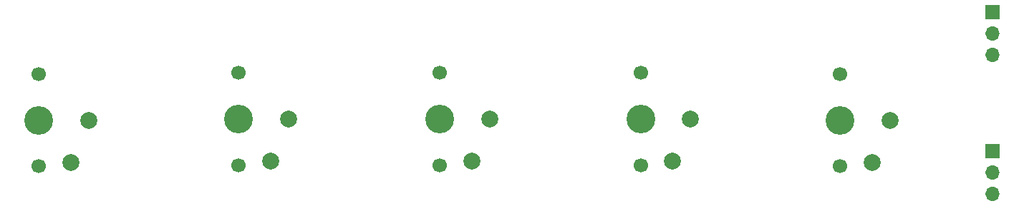
<source format=gbr>
%TF.GenerationSoftware,KiCad,Pcbnew,7.0.1*%
%TF.CreationDate,2023-12-15T14:23:58-05:00*%
%TF.ProjectId,fret,66726574-2e6b-4696-9361-645f70636258,rev?*%
%TF.SameCoordinates,Original*%
%TF.FileFunction,Soldermask,Top*%
%TF.FilePolarity,Negative*%
%FSLAX46Y46*%
G04 Gerber Fmt 4.6, Leading zero omitted, Abs format (unit mm)*
G04 Created by KiCad (PCBNEW 7.0.1) date 2023-12-15 14:23:58*
%MOMM*%
%LPD*%
G01*
G04 APERTURE LIST*
%ADD10C,2.000000*%
%ADD11C,1.700000*%
%ADD12C,3.400000*%
%ADD13R,1.700000X1.700000*%
%ADD14O,1.700000X1.700000*%
G04 APERTURE END LIST*
D10*
%TO.C,SW5*%
X204968000Y-98864000D03*
X207068000Y-93864000D03*
D11*
X201168000Y-88364000D03*
D12*
X201168000Y-93864000D03*
D11*
X201168000Y-99364000D03*
%TD*%
%TO.C,SW4*%
X177600000Y-99198000D03*
D12*
X177600000Y-93698000D03*
D11*
X177600000Y-88198000D03*
D10*
X183500000Y-93698000D03*
X181400000Y-98698000D03*
%TD*%
D13*
%TO.C,J1*%
X219227000Y-97551000D03*
D14*
X219227000Y-100091000D03*
X219227000Y-102631000D03*
%TD*%
D10*
%TO.C,SW2*%
X133856000Y-98698000D03*
X135956000Y-93698000D03*
D11*
X130056000Y-88198000D03*
D12*
X130056000Y-93698000D03*
D11*
X130056000Y-99198000D03*
%TD*%
D13*
%TO.C,J2*%
X219227000Y-81041000D03*
D14*
X219227000Y-83581000D03*
X219227000Y-86121000D03*
%TD*%
D10*
%TO.C,SW3*%
X157678000Y-98698000D03*
X159778000Y-93698000D03*
D11*
X153878000Y-88198000D03*
D12*
X153878000Y-93698000D03*
D11*
X153878000Y-99198000D03*
%TD*%
%TO.C,SW1*%
X106442000Y-99364000D03*
D12*
X106442000Y-93864000D03*
D11*
X106442000Y-88364000D03*
D10*
X112342000Y-93864000D03*
X110242000Y-98864000D03*
%TD*%
M02*

</source>
